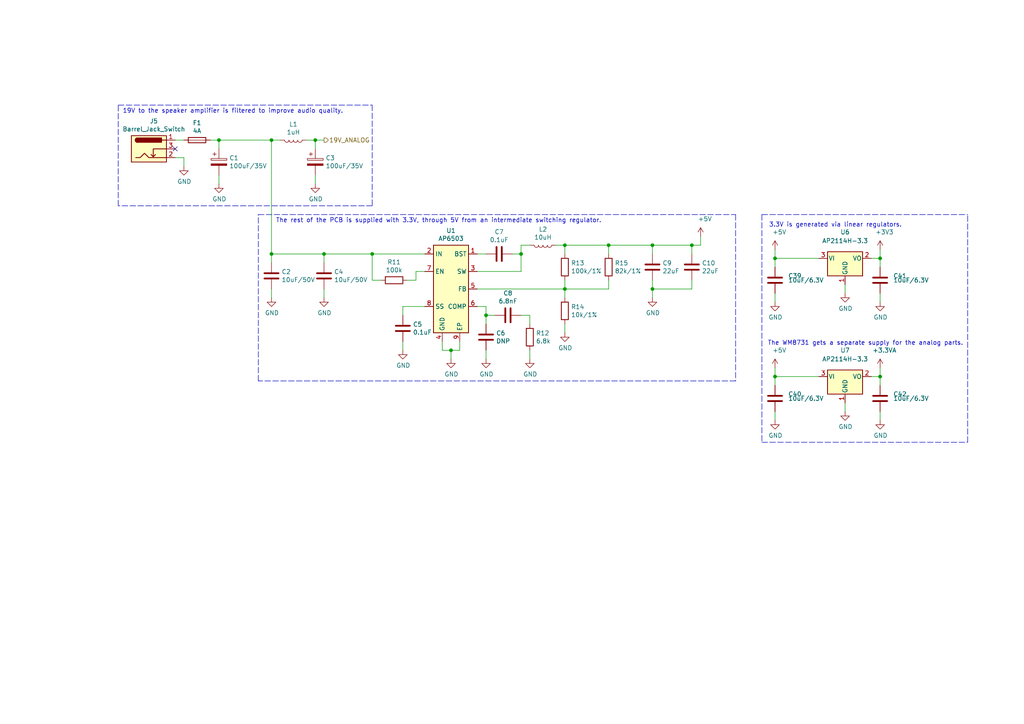
<source format=kicad_sch>
(kicad_sch (version 20201015) (generator eeschema)
  (page 1 7)
  (paper "A4")
  (lib_symbols
    (symbol "Connector:Barrel_Jack_Switch" (pin_names hide)
      (property "Reference" "J" (at 0 5.334 0))
      (property "Value" "Barrel_Jack_Switch" (at 0 -5.08 0))
      (symbol "Barrel_Jack_Switch_0_1"
        (arc (start -3.302 3.175) (end -3.302 1.905) (radius (at -3.302 2.54) (length 0.635) (angles 90.1 -90.1)) (stroke (width 0.254)) (fill (type outline)))
        (arc (start -3.302 3.175) (end -3.302 1.905) (radius (at -3.302 2.54) (length 0.635) (angles 90.1 -90.1)) (stroke (width 0.254)))
        (rectangle (start -5.08 3.81) (end 5.08 -3.81) (stroke (width 0.254)) (fill (type background)))
        (rectangle (start 3.683 3.175) (end -3.302 1.905) (stroke (width 0.254)) (fill (type outline)))
        (polyline (pts (xy 1.27 -2.286) (xy 1.905 -1.651)) (stroke (width 0.254)))
        (polyline (pts (xy 5.08 2.54) (xy 3.81 2.54)) (stroke (width 0.254)))
        (polyline (pts (xy 5.08 0) (xy 1.27 0) (xy 1.27 -2.286) (xy 0.635 -1.651)) (stroke (width 0.254)))
        (polyline (pts (xy -3.81 -2.54) (xy -2.54 -2.54) (xy -1.27 -1.27) (xy 0 -2.54) (xy 2.54 -2.54) (xy 5.08 -2.54)) (stroke (width 0.254)))
      )
      (symbol "Barrel_Jack_Switch_1_1"
        (pin passive line (at 7.62 2.54 180) (length 2.54) (name "~") (number "1"))
        (pin passive line (at 7.62 -2.54 180) (length 2.54) (name "~") (number "2"))
        (pin passive line (at 7.62 0 180) (length 2.54) (name "~") (number "3"))
      )
    )
    (symbol "Device:C" (pin_numbers hide) (pin_names (offset 0.254))
      (property "Reference" "C" (at 0.635 2.54 0))
      (property "Value" "C" (at 0.635 -2.54 0))
      (symbol "C_0_1"
        (polyline (pts (xy -2.032 -0.762) (xy 2.032 -0.762)) (stroke (width 0.508)))
        (polyline (pts (xy -2.032 0.762) (xy 2.032 0.762)) (stroke (width 0.508)))
      )
      (symbol "C_1_1"
        (pin passive line (at 0 3.81 270) (length 2.794) (name "~") (number "1"))
        (pin passive line (at 0 -3.81 90) (length 2.794) (name "~") (number "2"))
      )
    )
    (symbol "Device:C_Polarized" (pin_numbers hide) (pin_names (offset 0.254))
      (property "Reference" "C" (at 0.635 2.54 0))
      (property "Value" "C_Polarized" (at 0.635 -2.54 0))
      (symbol "C_Polarized_0_1"
        (rectangle (start -2.286 0.508) (end 2.286 1.016))
        (rectangle (start 2.286 -0.508) (end -2.286 -1.016) (fill (type outline)))
        (polyline (pts (xy -1.778 2.286) (xy -0.762 2.286)))
        (polyline (pts (xy -1.27 2.794) (xy -1.27 1.778)))
      )
      (symbol "C_Polarized_1_1"
        (pin passive line (at 0 3.81 270) (length 2.794) (name "~") (number "1"))
        (pin passive line (at 0 -3.81 90) (length 2.794) (name "~") (number "2"))
      )
    )
    (symbol "Device:Fuse" (pin_numbers hide) (pin_names (offset 0))
      (property "Reference" "F" (at 2.032 0 90))
      (property "Value" "Fuse" (at -1.905 0 90))
      (symbol "Fuse_0_1"
        (rectangle (start -0.762 -2.54) (end 0.762 2.54) (stroke (width 0.254)))
        (polyline (pts (xy 0 2.54) (xy 0 -2.54)))
      )
      (symbol "Fuse_1_1"
        (pin passive line (at 0 3.81 270) (length 1.27) (name "~") (number "1"))
        (pin passive line (at 0 -3.81 90) (length 1.27) (name "~") (number "2"))
      )
    )
    (symbol "Device:L" (pin_numbers hide) (pin_names (offset 1.016) hide)
      (property "Reference" "L" (at -1.27 0 90))
      (property "Value" "L" (at 1.905 0 90))
      (symbol "L_0_1"
        (arc (start 0 -2.54) (end 0 -1.27) (radius (at 0 -1.905) (length 0.635) (angles -89.9 89.9)))
        (arc (start 0 -1.27) (end 0 0) (radius (at 0 -0.635) (length 0.635) (angles -89.9 89.9)))
        (arc (start 0 0) (end 0 1.27) (radius (at 0 0.635) (length 0.635) (angles -89.9 89.9)))
        (arc (start 0 1.27) (end 0 2.54) (radius (at 0 1.905) (length 0.635) (angles -89.9 89.9)))
      )
      (symbol "L_1_1"
        (pin passive line (at 0 3.81 270) (length 1.27) (name "1") (number "1"))
        (pin passive line (at 0 -3.81 90) (length 1.27) (name "2") (number "2"))
      )
    )
    (symbol "Device:R" (pin_numbers hide) (pin_names (offset 0))
      (property "Reference" "R" (at 2.032 0 90))
      (property "Value" "R" (at 0 0 90))
      (symbol "R_0_1"
        (rectangle (start -1.016 -2.54) (end 1.016 2.54) (stroke (width 0.254)))
      )
      (symbol "R_1_1"
        (pin passive line (at 0 3.81 270) (length 1.27) (name "~") (number "1"))
        (pin passive line (at 0 -3.81 90) (length 1.27) (name "~") (number "2"))
      )
    )
    (symbol "Regulator_Linear:AMS1117-3.3" (pin_names (offset 0.254))
      (property "Reference" "U" (at -3.81 3.175 0))
      (property "Value" "AMS1117-3.3" (at 0 3.175 0))
      (symbol "AMS1117-3.3_0_1"
        (rectangle (start -5.08 -5.08) (end 5.08 1.905) (stroke (width 0.254)) (fill (type background)))
      )
      (symbol "AMS1117-3.3_1_1"
        (pin power_in line (at 0 -7.62 90) (length 2.54) (name "GND") (number "1"))
        (pin power_out line (at 7.62 0 180) (length 2.54) (name "VO") (number "2"))
        (pin power_in line (at -7.62 0 0) (length 2.54) (name "VI") (number "3"))
      )
    )
    (symbol "Regulator_Switching:AP6503"
      (property "Reference" "U" (at -3.81 13.97 0))
      (property "Value" "AP6503" (at 2.54 13.97 0))
      (symbol "AP6503_0_1"
        (rectangle (start -5.08 12.7) (end 5.08 -12.7) (stroke (width 0.254)) (fill (type background)))
      )
      (symbol "AP6503_1_1"
        (pin output line (at 7.62 10.16 180) (length 2.54) (name "BST") (number "1"))
        (pin power_in line (at -7.62 10.16 0) (length 2.54) (name "IN") (number "2"))
        (pin power_out line (at 7.62 5.08 180) (length 2.54) (name "SW") (number "3"))
        (pin power_in line (at -2.54 -15.24 90) (length 2.54) (name "GND") (number "4"))
        (pin input line (at 7.62 0 180) (length 2.54) (name "FB") (number "5"))
        (pin output line (at 7.62 -5.08 180) (length 2.54) (name "COMP") (number "6"))
        (pin input line (at -7.62 5.08 0) (length 2.54) (name "EN") (number "7"))
        (pin tri_state line (at -7.62 -5.08 0) (length 2.54) (name "SS") (number "8"))
        (pin power_in line (at 2.54 -15.24 90) (length 2.54) (name "EP") (number "9"))
      )
    )
    (symbol "power:+3.3VA" (power) (pin_names (offset 0))
      (property "Value" "+3.3VA" (at 0 3.556 0))
      (symbol "+3.3VA_0_1"
        (polyline (pts (xy -0.762 1.27) (xy 0 2.54)))
        (polyline (pts (xy 0 0) (xy 0 2.54)))
        (polyline (pts (xy 0 2.54) (xy 0.762 1.27)))
      )
      (symbol "+3.3VA_1_1"
        (pin power_in line (at 0 0 90) (length 0) hide (name "+3.3VA") (number "1"))
      )
    )
    (symbol "power:+3V3" (power) (pin_names (offset 0))
      (property "Value" "+3V3" (at 0 3.556 0))
      (symbol "+3V3_0_1"
        (polyline (pts (xy -0.762 1.27) (xy 0 2.54)))
        (polyline (pts (xy 0 0) (xy 0 2.54)))
        (polyline (pts (xy 0 2.54) (xy 0.762 1.27)))
      )
      (symbol "+3V3_1_1"
        (pin power_in line (at 0 0 90) (length 0) hide (name "+3V3") (number "1"))
      )
    )
    (symbol "power:+5V" (power) (pin_names (offset 0))
      (property "Value" "+5V" (at 0 3.556 0))
      (symbol "+5V_0_1"
        (polyline (pts (xy -0.762 1.27) (xy 0 2.54)))
        (polyline (pts (xy 0 0) (xy 0 2.54)))
        (polyline (pts (xy 0 2.54) (xy 0.762 1.27)))
      )
      (symbol "+5V_1_1"
        (pin power_in line (at 0 0 90) (length 0) hide (name "+5V") (number "1"))
      )
    )
    (symbol "power:GND" (power) (pin_names (offset 0))
      (property "Value" "GND" (at 0 -3.81 0))
      (symbol "GND_0_1"
        (polyline (pts (xy 0 0) (xy 0 -1.27) (xy 1.27 -1.27) (xy 0 -2.54) (xy -1.27 -1.27) (xy 0 -1.27)))
      )
      (symbol "GND_1_1"
        (pin power_in line (at 0 0 270) (length 0) hide (name "GND") (number "1"))
      )
    )
  )
  (junction (at 63.5 40.64) (diameter 0.9144))
  (junction (at 78.74 40.64) (diameter 0.9144))
  (junction (at 78.74 73.66) (diameter 0.9144))
  (junction (at 91.44 40.64) (diameter 0.9144))
  (junction (at 93.98 73.66) (diameter 0.9144))
  (junction (at 107.95 73.66) (diameter 0.9144))
  (junction (at 130.81 101.6) (diameter 0.9144))
  (junction (at 140.97 91.44) (diameter 0.9144))
  (junction (at 151.13 73.66) (diameter 0.9144))
  (junction (at 163.83 71.12) (diameter 0.9144))
  (junction (at 163.83 83.82) (diameter 0.9144))
  (junction (at 176.53 71.12) (diameter 0.9144))
  (junction (at 189.23 71.12) (diameter 0.9144))
  (junction (at 189.23 83.82) (diameter 0.9144))
  (junction (at 200.66 71.12) (diameter 0.9144))
  (junction (at 224.79 74.93) (diameter 0.9144))
  (junction (at 224.79 109.22) (diameter 0.9144))
  (junction (at 255.27 74.93) (diameter 0.9144))
  (junction (at 255.27 109.22) (diameter 0.9144))
  (no_connect (at 50.8 43.18))
  (wire (pts (xy 50.8 45.72) (xy 53.34 45.72)))
  (wire (pts (xy 53.34 40.64) (xy 50.8 40.64)))
  (wire (pts (xy 53.34 45.72) (xy 53.34 48.26)))
  (wire (pts (xy 60.96 40.64) (xy 63.5 40.64)))
  (wire (pts (xy 63.5 40.64) (xy 78.74 40.64)))
  (wire (pts (xy 63.5 43.18) (xy 63.5 40.64)))
  (wire (pts (xy 63.5 50.8) (xy 63.5 53.34)))
  (wire (pts (xy 78.74 40.64) (xy 81.28 40.64)))
  (wire (pts (xy 78.74 73.66) (xy 78.74 40.64)))
  (wire (pts (xy 78.74 73.66) (xy 78.74 76.2)))
  (wire (pts (xy 78.74 86.36) (xy 78.74 83.82)))
  (wire (pts (xy 91.44 40.64) (xy 88.9 40.64)))
  (wire (pts (xy 91.44 43.18) (xy 91.44 40.64)))
  (wire (pts (xy 91.44 50.8) (xy 91.44 53.34)))
  (wire (pts (xy 93.98 40.64) (xy 91.44 40.64)))
  (wire (pts (xy 93.98 73.66) (xy 78.74 73.66)))
  (wire (pts (xy 93.98 73.66) (xy 93.98 76.2)))
  (wire (pts (xy 93.98 86.36) (xy 93.98 83.82)))
  (wire (pts (xy 107.95 73.66) (xy 93.98 73.66)))
  (wire (pts (xy 107.95 73.66) (xy 107.95 81.28)))
  (wire (pts (xy 107.95 81.28) (xy 110.49 81.28)))
  (wire (pts (xy 116.84 88.9) (xy 123.19 88.9)))
  (wire (pts (xy 116.84 91.44) (xy 116.84 88.9)))
  (wire (pts (xy 116.84 99.06) (xy 116.84 101.6)))
  (wire (pts (xy 120.65 78.74) (xy 120.65 81.28)))
  (wire (pts (xy 120.65 81.28) (xy 118.11 81.28)))
  (wire (pts (xy 123.19 73.66) (xy 107.95 73.66)))
  (wire (pts (xy 123.19 78.74) (xy 120.65 78.74)))
  (wire (pts (xy 128.27 99.06) (xy 128.27 101.6)))
  (wire (pts (xy 128.27 101.6) (xy 130.81 101.6)))
  (wire (pts (xy 130.81 101.6) (xy 133.35 101.6)))
  (wire (pts (xy 130.81 104.14) (xy 130.81 101.6)))
  (wire (pts (xy 133.35 101.6) (xy 133.35 99.06)))
  (wire (pts (xy 138.43 78.74) (xy 151.13 78.74)))
  (wire (pts (xy 138.43 83.82) (xy 163.83 83.82)))
  (wire (pts (xy 140.97 73.66) (xy 138.43 73.66)))
  (wire (pts (xy 140.97 88.9) (xy 138.43 88.9)))
  (wire (pts (xy 140.97 91.44) (xy 140.97 88.9)))
  (wire (pts (xy 140.97 93.98) (xy 140.97 91.44)))
  (wire (pts (xy 140.97 104.14) (xy 140.97 101.6)))
  (wire (pts (xy 143.51 91.44) (xy 140.97 91.44)))
  (wire (pts (xy 151.13 71.12) (xy 153.67 71.12)))
  (wire (pts (xy 151.13 73.66) (xy 148.59 73.66)))
  (wire (pts (xy 151.13 73.66) (xy 151.13 71.12)))
  (wire (pts (xy 151.13 78.74) (xy 151.13 73.66)))
  (wire (pts (xy 153.67 91.44) (xy 151.13 91.44)))
  (wire (pts (xy 153.67 93.98) (xy 153.67 91.44)))
  (wire (pts (xy 153.67 104.14) (xy 153.67 101.6)))
  (wire (pts (xy 161.29 71.12) (xy 163.83 71.12)))
  (wire (pts (xy 163.83 71.12) (xy 163.83 73.66)))
  (wire (pts (xy 163.83 83.82) (xy 163.83 81.28)))
  (wire (pts (xy 163.83 83.82) (xy 176.53 83.82)))
  (wire (pts (xy 163.83 86.36) (xy 163.83 83.82)))
  (wire (pts (xy 163.83 96.52) (xy 163.83 93.98)))
  (wire (pts (xy 176.53 71.12) (xy 163.83 71.12)))
  (wire (pts (xy 176.53 71.12) (xy 189.23 71.12)))
  (wire (pts (xy 176.53 73.66) (xy 176.53 71.12)))
  (wire (pts (xy 176.53 83.82) (xy 176.53 81.28)))
  (wire (pts (xy 189.23 71.12) (xy 189.23 73.66)))
  (wire (pts (xy 189.23 71.12) (xy 200.66 71.12)))
  (wire (pts (xy 189.23 83.82) (xy 189.23 81.28)))
  (wire (pts (xy 189.23 86.36) (xy 189.23 83.82)))
  (wire (pts (xy 200.66 71.12) (xy 200.66 73.66)))
  (wire (pts (xy 200.66 81.28) (xy 200.66 83.82)))
  (wire (pts (xy 200.66 83.82) (xy 189.23 83.82)))
  (wire (pts (xy 203.2 68.58) (xy 203.2 71.12)))
  (wire (pts (xy 203.2 71.12) (xy 200.66 71.12)))
  (wire (pts (xy 224.79 72.39) (xy 224.79 74.93)))
  (wire (pts (xy 224.79 74.93) (xy 224.79 77.47)))
  (wire (pts (xy 224.79 74.93) (xy 237.49 74.93)))
  (wire (pts (xy 224.79 85.09) (xy 224.79 87.63)))
  (wire (pts (xy 224.79 106.68) (xy 224.79 109.22)))
  (wire (pts (xy 224.79 109.22) (xy 224.79 111.76)))
  (wire (pts (xy 224.79 119.38) (xy 224.79 121.92)))
  (wire (pts (xy 237.49 109.22) (xy 224.79 109.22)))
  (wire (pts (xy 245.11 82.55) (xy 245.11 85.09)))
  (wire (pts (xy 245.11 116.84) (xy 245.11 119.38)))
  (wire (pts (xy 252.73 74.93) (xy 255.27 74.93)))
  (wire (pts (xy 252.73 109.22) (xy 255.27 109.22)))
  (wire (pts (xy 255.27 72.39) (xy 255.27 74.93)))
  (wire (pts (xy 255.27 74.93) (xy 255.27 77.47)))
  (wire (pts (xy 255.27 85.09) (xy 255.27 87.63)))
  (wire (pts (xy 255.27 106.68) (xy 255.27 109.22)))
  (wire (pts (xy 255.27 109.22) (xy 255.27 111.76)))
  (wire (pts (xy 255.27 119.38) (xy 255.27 121.92)))
  (polyline (pts (xy 34.29 30.48) (xy 107.95 30.48)) (stroke (width 0) (type dash)))
  (polyline (pts (xy 34.29 59.69) (xy 34.29 30.48)) (stroke (width 0) (type dash)))
  (polyline (pts (xy 74.93 62.23) (xy 213.36 62.23)) (stroke (width 0) (type dash)))
  (polyline (pts (xy 74.93 110.49) (xy 74.93 62.23)) (stroke (width 0) (type dash)))
  (polyline (pts (xy 107.95 30.48) (xy 107.95 59.69)) (stroke (width 0) (type dash)))
  (polyline (pts (xy 107.95 59.69) (xy 34.29 59.69)) (stroke (width 0) (type dash)))
  (polyline (pts (xy 213.36 62.23) (xy 213.36 110.49)) (stroke (width 0) (type dash)))
  (polyline (pts (xy 213.36 110.49) (xy 74.93 110.49)) (stroke (width 0) (type dash)))
  (polyline (pts (xy 220.98 62.23) (xy 220.98 128.27)) (stroke (width 0) (type dash)))
  (polyline (pts (xy 220.98 62.23) (xy 280.67 62.23)) (stroke (width 0) (type dash)))
  (polyline (pts (xy 220.98 128.27) (xy 280.67 128.27)) (stroke (width 0) (type dash)))
  (polyline (pts (xy 280.67 128.27) (xy 280.67 62.23)) (stroke (width 0) (type dash)))
  (text "19V to the speaker amplifier is filtered to improve audio quality." (at 35.56 33.02 0) (effects (font (size 1.27 1.27)) (justify left bottom)))
  (text "The rest of the PCB is supplied with 3.3V, through 5V from an intermediate switching regulator." (at 80.01 64.77 0) (effects (font (size 1.27 1.27)) (justify left bottom)))
  (text "3.3V is generated via linear regulators." (at 261.62 66.04 180) (effects (font (size 1.27 1.27)) (justify right bottom)))
  (text "The WM8731 gets a separate supply for the analog parts." (at 279.4 100.33 0) (effects (font (size 1.27 1.27)) (justify right bottom)))
  (hierarchical_label "19V_ANALOG" (shape output) (at 93.98 40.64 0))
  (symbol (lib_id "power:+5V") (at 203.2 68.58 0) (unit 1)
    (property "Reference" "#PWR0140" (effects hide))
    (property "Value" "+5V" (at 204.47 63.5 0))
  )
  (symbol (lib_id "power:+5V") (at 224.79 72.39 0) (unit 1)
    (property "Reference" "#PWR0142" (effects hide))
    (property "Value" "+5V" (at 226.06 67.31 0))
  )
  (symbol (lib_id "power:+5V") (at 224.79 106.68 0) (unit 1)
    (property "Reference" "#PWR0149" (effects hide))
    (property "Value" "+5V" (at 226.06 101.6 0))
  )
  (symbol (lib_id "power:+3V3") (at 255.27 72.39 0) (unit 1)
    (property "Reference" "#PWR0147" (effects hide))
    (property "Value" "+3V3" (at 256.54 67.31 0))
  )
  (symbol (lib_id "power:+3.3VA") (at 255.27 106.68 0) (unit 1)
    (property "Reference" "#PWR0150" (effects hide))
    (property "Value" "+3.3VA" (at 256.54 101.6 0))
  )
  (symbol (lib_id "Device:L") (at 85.09 40.64 270) (unit 1)
    (property "Reference" "L1" (at 85.09 36.0426 90))
    (property "Value" "1uH" (at 85.09 38.354 90))
    (property "Footprint" "Inductor_SMD:L_Taiyo-Yuden_NR-60xx" (effects hide))
    (property "Part Name" "Yaiyo Yuden NR6045T1R0N" (effects hide))
  )
  (symbol (lib_id "Device:L") (at 157.48 71.12 270) (unit 1)
    (property "Reference" "L2" (at 157.48 66.5226 90))
    (property "Value" "10uH" (at 157.48 68.834 90))
    (property "Footprint" "Inductor_SMD:L_Bourns-SRN8040_8x8.15mm" (effects hide))
    (property "Part Name" "SRN8040-100M" (effects hide))
  )
  (symbol (lib_id "power:GND") (at 53.34 48.26 0) (unit 1)
    (property "Reference" "#PWR0108" (effects hide))
    (property "Value" "GND" (at 53.467 52.6542 0))
  )
  (symbol (lib_id "power:GND") (at 63.5 53.34 0) (unit 1)
    (property "Reference" "#PWR0109" (effects hide))
    (property "Value" "GND" (at 63.627 57.7342 0))
  )
  (symbol (lib_id "power:GND") (at 78.74 86.36 0) (unit 1)
    (property "Reference" "#PWR0113" (effects hide))
    (property "Value" "GND" (at 78.867 90.7542 0))
  )
  (symbol (lib_id "power:GND") (at 91.44 53.34 0) (unit 1)
    (property "Reference" "#PWR0110" (effects hide))
    (property "Value" "GND" (at 91.567 57.7342 0))
  )
  (symbol (lib_id "power:GND") (at 93.98 86.36 0) (unit 1)
    (property "Reference" "#PWR0114" (effects hide))
    (property "Value" "GND" (at 94.107 90.7542 0))
  )
  (symbol (lib_id "power:GND") (at 116.84 101.6 0) (unit 1)
    (property "Reference" "#PWR0111" (effects hide))
    (property "Value" "GND" (at 116.967 105.9942 0))
  )
  (symbol (lib_id "power:GND") (at 130.81 104.14 0) (unit 1)
    (property "Reference" "#PWR0112" (effects hide))
    (property "Value" "GND" (at 130.937 108.5342 0))
  )
  (symbol (lib_id "power:GND") (at 140.97 104.14 0) (unit 1)
    (property "Reference" "#PWR0115" (effects hide))
    (property "Value" "GND" (at 141.097 108.5342 0))
  )
  (symbol (lib_id "power:GND") (at 153.67 104.14 0) (unit 1)
    (property "Reference" "#PWR0116" (effects hide))
    (property "Value" "GND" (at 153.797 108.5342 0))
  )
  (symbol (lib_id "power:GND") (at 163.83 96.52 0) (unit 1)
    (property "Reference" "#PWR0117" (effects hide))
    (property "Value" "GND" (at 163.957 100.9142 0))
  )
  (symbol (lib_id "power:GND") (at 189.23 86.36 0) (unit 1)
    (property "Reference" "#PWR0118" (effects hide))
    (property "Value" "GND" (at 189.357 90.7542 0))
  )
  (symbol (lib_id "power:GND") (at 224.79 87.63 0) (unit 1)
    (property "Reference" "#PWR0148" (effects hide))
    (property "Value" "GND" (at 224.917 92.0242 0))
  )
  (symbol (lib_id "power:GND") (at 224.79 121.92 0) (unit 1)
    (property "Reference" "#PWR0145" (effects hide))
    (property "Value" "GND" (at 224.917 126.3142 0))
  )
  (symbol (lib_id "power:GND") (at 245.11 85.09 0) (unit 1)
    (property "Reference" "#PWR0141" (effects hide))
    (property "Value" "GND" (at 245.237 89.4842 0))
  )
  (symbol (lib_id "power:GND") (at 245.11 119.38 0) (unit 1)
    (property "Reference" "#PWR0143" (effects hide))
    (property "Value" "GND" (at 245.237 123.7742 0))
  )
  (symbol (lib_id "power:GND") (at 255.27 87.63 0) (unit 1)
    (property "Reference" "#PWR0146" (effects hide))
    (property "Value" "GND" (at 255.397 92.0242 0))
  )
  (symbol (lib_id "power:GND") (at 255.27 121.92 0) (unit 1)
    (property "Reference" "#PWR0144" (effects hide))
    (property "Value" "GND" (at 255.397 126.3142 0))
  )
  (symbol (lib_id "Device:Fuse") (at 57.15 40.64 270) (unit 1)
    (property "Reference" "F1" (at 57.15 35.6362 90))
    (property "Value" "4A" (at 57.15 37.9476 90))
    (property "Footprint" "HackAmp-Footprints:Fuseholder_Littlefuse_NANO2-154" (effects hide))
    (property "Part Name" "Littlefuse 154004" (effects hide))
  )
  (symbol (lib_id "Device:R") (at 114.3 81.28 270) (mirror x) (unit 1)
    (property "Reference" "R11" (at 114.3 76.0222 90))
    (property "Value" "100k" (at 114.3 78.3336 90))
    (property "Footprint" "Resistor_SMD:R_0603_1608Metric" (effects hide))
  )
  (symbol (lib_id "Device:R") (at 153.67 97.79 0) (unit 1)
    (property "Reference" "R12" (at 155.448 96.6216 0) (effects (justify left)))
    (property "Value" "6.8k" (at 155.448 98.933 0) (effects (justify left)))
    (property "Footprint" "Resistor_SMD:R_0603_1608Metric" (effects hide))
  )
  (symbol (lib_id "Device:R") (at 163.83 77.47 180) (unit 1)
    (property "Reference" "R13" (at 165.608 76.3016 0) (effects (justify right)))
    (property "Value" "100k/1%" (at 165.608 78.613 0) (effects (justify right)))
    (property "Footprint" "Resistor_SMD:R_0603_1608Metric" (effects hide))
  )
  (symbol (lib_id "Device:R") (at 163.83 90.17 0) (unit 1)
    (property "Reference" "R14" (at 165.608 89.0016 0) (effects (justify left)))
    (property "Value" "10k/1%" (at 165.608 91.313 0) (effects (justify left)))
    (property "Footprint" "Resistor_SMD:R_0603_1608Metric" (effects hide))
  )
  (symbol (lib_id "Device:R") (at 176.53 77.47 180) (unit 1)
    (property "Reference" "R15" (at 178.308 76.3016 0) (effects (justify right)))
    (property "Value" "82k/1%" (at 178.308 78.613 0) (effects (justify right)))
    (property "Footprint" "Resistor_SMD:R_0603_1608Metric" (effects hide))
  )
  (symbol (lib_id "Device:C_Polarized") (at 63.5 46.99 0) (unit 1)
    (property "Reference" "C1" (at 66.4972 45.8216 0) (effects (justify left)))
    (property "Value" "100uF/35V" (at 66.4972 48.133 0) (effects (justify left)))
    (property "Footprint" "Capacitor_SMD:CP_Elec_8x10" (effects hide))
    (property "Part Name" "Nichicon UCD1V101MNL1GS" (effects hide))
  )
  (symbol (lib_id "Device:C") (at 78.74 80.01 0) (unit 1)
    (property "Reference" "C2" (at 81.661 78.8416 0) (effects (justify left)))
    (property "Value" "10uF/50V" (at 81.661 81.153 0) (effects (justify left)))
    (property "Footprint" "Capacitor_SMD:C_1206_3216Metric" (effects hide))
    (property "Part Name" "Taiyo Yuden UMK316BBJ106ML-T" (effects hide))
  )
  (symbol (lib_id "Device:C_Polarized") (at 91.44 46.99 0) (unit 1)
    (property "Reference" "C3" (at 94.4372 45.8216 0) (effects (justify left)))
    (property "Value" "100uF/35V" (at 94.4372 48.133 0) (effects (justify left)))
    (property "Footprint" "Capacitor_SMD:CP_Elec_8x10" (effects hide))
  )
  (symbol (lib_id "Device:C") (at 93.98 80.01 0) (unit 1)
    (property "Reference" "C4" (at 96.901 78.8416 0) (effects (justify left)))
    (property "Value" "10uF/50V" (at 96.901 81.153 0) (effects (justify left)))
    (property "Footprint" "Capacitor_SMD:C_1206_3216Metric" (effects hide))
    (property "Part Name" "Taiyo Yuden UMK316BBJ106ML-T" (effects hide))
  )
  (symbol (lib_id "Device:C") (at 116.84 95.25 0) (unit 1)
    (property "Reference" "C5" (at 119.761 94.0816 0) (effects (justify left)))
    (property "Value" "0.1uF" (at 119.761 96.393 0) (effects (justify left)))
    (property "Footprint" "Capacitor_SMD:C_0603_1608Metric" (effects hide))
  )
  (symbol (lib_id "Device:C") (at 140.97 97.79 0) (unit 1)
    (property "Reference" "C6" (at 143.891 96.6216 0) (effects (justify left)))
    (property "Value" "DNP" (at 143.891 98.933 0) (effects (justify left)))
    (property "Footprint" "Capacitor_SMD:C_0603_1608Metric" (effects hide))
  )
  (symbol (lib_id "Device:C") (at 144.78 73.66 270) (unit 1)
    (property "Reference" "C7" (at 144.78 67.2592 90))
    (property "Value" "0.1uF" (at 144.78 69.5706 90))
    (property "Footprint" "Capacitor_SMD:C_0603_1608Metric" (effects hide))
  )
  (symbol (lib_id "Device:C") (at 147.32 91.44 270) (unit 1)
    (property "Reference" "C8" (at 147.32 85.0392 90))
    (property "Value" "6.8nF" (at 147.32 87.3506 90))
    (property "Footprint" "Capacitor_SMD:C_0603_1608Metric" (effects hide))
  )
  (symbol (lib_id "Device:C") (at 189.23 77.47 0) (unit 1)
    (property "Reference" "C9" (at 192.151 76.3016 0) (effects (justify left)))
    (property "Value" "22uF" (at 192.151 78.613 0) (effects (justify left)))
    (property "Footprint" "Capacitor_SMD:C_1206_3216Metric" (effects hide))
  )
  (symbol (lib_id "Device:C") (at 200.66 77.47 0) (unit 1)
    (property "Reference" "C10" (at 203.581 76.3016 0) (effects (justify left)))
    (property "Value" "22uF" (at 203.581 78.613 0) (effects (justify left)))
    (property "Footprint" "Capacitor_SMD:C_1206_3216Metric" (effects hide))
  )
  (symbol (lib_id "Device:C") (at 224.79 81.28 0) (unit 1)
    (property "Reference" "C39" (at 228.6 80.01 0) (effects (justify left)))
    (property "Value" "10uF/6.3V" (at 228.6 81.28 0) (effects (justify left)))
    (property "Footprint" "Capacitor_SMD:C_0805_2012Metric" (effects hide))
  )
  (symbol (lib_id "Device:C") (at 224.79 115.57 0) (unit 1)
    (property "Reference" "C40" (at 228.6 114.3 0) (effects (justify left)))
    (property "Value" "10uF/6.3V" (at 228.6 115.57 0) (effects (justify left)))
    (property "Footprint" "Capacitor_SMD:C_0805_2012Metric" (effects hide))
  )
  (symbol (lib_id "Device:C") (at 255.27 81.28 0) (unit 1)
    (property "Reference" "C41" (at 259.08 80.01 0) (effects (justify left)))
    (property "Value" "10uF/6.3V" (at 259.08 81.28 0) (effects (justify left)))
    (property "Footprint" "Capacitor_SMD:C_0805_2012Metric" (effects hide))
  )
  (symbol (lib_id "Device:C") (at 255.27 115.57 0) (unit 1)
    (property "Reference" "C42" (at 259.08 114.3 0) (effects (justify left)))
    (property "Value" "10uF/6.3V" (at 259.08 115.57 0) (effects (justify left)))
    (property "Footprint" "Capacitor_SMD:C_0805_2012Metric" (effects hide))
  )
  (symbol (lib_id "Connector:Barrel_Jack_Switch") (at 43.18 43.18 0) (unit 1)
    (property "Reference" "J5" (at 44.6278 35.1282 0))
    (property "Value" "Barrel_Jack_Switch" (at 44.6278 37.4396 0))
    (property "Footprint" "Connector_BarrelJack:BarrelJack_Horizontal" (effects hide))
  )
  (symbol (lib_id "Regulator_Linear:AMS1117-3.3") (at 245.11 74.93 0) (unit 1)
    (property "Reference" "U6" (at 245.11 67.31 0))
    (property "Value" "AP2114H-3.3" (at 245.11 69.85 0))
    (property "Footprint" "Package_TO_SOT_SMD:SOT-223-3_TabPin2" (effects hide))
    (property "Datasheet" "http://www.advanced-monolithic.com/pdf/ds1117.pdf" (effects hide))
  )
  (symbol (lib_id "Regulator_Linear:AMS1117-3.3") (at 245.11 109.22 0) (unit 1)
    (property "Reference" "U7" (at 245.11 101.6 0))
    (property "Value" "AP2114H-3.3" (at 245.11 104.14 0))
    (property "Footprint" "Package_TO_SOT_SMD:SOT-223-3_TabPin2" (effects hide))
    (property "Datasheet" "http://www.advanced-monolithic.com/pdf/ds1117.pdf" (effects hide))
  )
  (symbol (lib_id "Regulator_Switching:AP6503") (at 130.81 83.82 0) (unit 1)
    (property "Reference" "U1" (at 130.81 66.8782 0))
    (property "Value" "AP6503" (at 130.81 69.1896 0))
    (property "Footprint" "Package_SO:Diodes_SO-8EP" (effects hide))
    (property "Datasheet" "https://www.diodes.com/assets/Datasheets/AP6503.pdf" (effects hide))
  )
)
</source>
